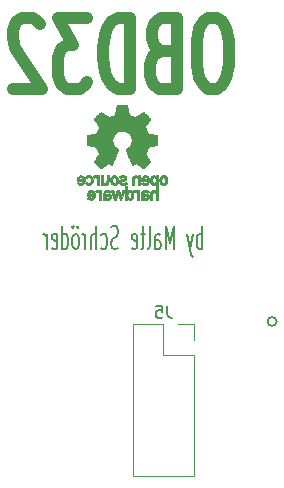
<source format=gbo>
G04 #@! TF.GenerationSoftware,KiCad,Pcbnew,5.1.9*
G04 #@! TF.CreationDate,2021-03-15T09:56:04+01:00*
G04 #@! TF.ProjectId,obd32,6f626433-322e-46b6-9963-61645f706362,rev?*
G04 #@! TF.SameCoordinates,Original*
G04 #@! TF.FileFunction,Legend,Bot*
G04 #@! TF.FilePolarity,Positive*
%FSLAX46Y46*%
G04 Gerber Fmt 4.6, Leading zero omitted, Abs format (unit mm)*
G04 Created by KiCad (PCBNEW 5.1.9) date 2021-03-15 09:56:04*
%MOMM*%
%LPD*%
G01*
G04 APERTURE LIST*
%ADD10C,0.150000*%
%ADD11C,1.000000*%
%ADD12C,0.010000*%
%ADD13C,0.120000*%
%ADD14C,0.152400*%
G04 APERTURE END LIST*
D10*
X239267166Y-90630261D02*
X239267166Y-88630261D01*
X239267166Y-89392166D02*
X239171928Y-89296928D01*
X238981452Y-89296928D01*
X238886214Y-89392166D01*
X238838595Y-89487404D01*
X238790976Y-89677880D01*
X238790976Y-90249309D01*
X238838595Y-90439785D01*
X238886214Y-90535023D01*
X238981452Y-90630261D01*
X239171928Y-90630261D01*
X239267166Y-90535023D01*
X238457642Y-89296928D02*
X238219547Y-90630261D01*
X237981452Y-89296928D02*
X238219547Y-90630261D01*
X238314785Y-91106452D01*
X238362404Y-91201690D01*
X238457642Y-91296928D01*
X236838595Y-90630261D02*
X236838595Y-88630261D01*
X236505261Y-90058833D01*
X236171928Y-88630261D01*
X236171928Y-90630261D01*
X235267166Y-90630261D02*
X235267166Y-89582642D01*
X235314785Y-89392166D01*
X235410023Y-89296928D01*
X235600500Y-89296928D01*
X235695738Y-89392166D01*
X235267166Y-90535023D02*
X235362404Y-90630261D01*
X235600500Y-90630261D01*
X235695738Y-90535023D01*
X235743357Y-90344547D01*
X235743357Y-90154071D01*
X235695738Y-89963595D01*
X235600500Y-89868357D01*
X235362404Y-89868357D01*
X235267166Y-89773119D01*
X234648119Y-90630261D02*
X234743357Y-90535023D01*
X234790976Y-90344547D01*
X234790976Y-88630261D01*
X234410023Y-89296928D02*
X234029071Y-89296928D01*
X234267166Y-88630261D02*
X234267166Y-90344547D01*
X234219547Y-90535023D01*
X234124309Y-90630261D01*
X234029071Y-90630261D01*
X233314785Y-90535023D02*
X233410023Y-90630261D01*
X233600500Y-90630261D01*
X233695738Y-90535023D01*
X233743357Y-90344547D01*
X233743357Y-89582642D01*
X233695738Y-89392166D01*
X233600500Y-89296928D01*
X233410023Y-89296928D01*
X233314785Y-89392166D01*
X233267166Y-89582642D01*
X233267166Y-89773119D01*
X233743357Y-89963595D01*
X232124309Y-90535023D02*
X231981452Y-90630261D01*
X231743357Y-90630261D01*
X231648119Y-90535023D01*
X231600500Y-90439785D01*
X231552880Y-90249309D01*
X231552880Y-90058833D01*
X231600500Y-89868357D01*
X231648119Y-89773119D01*
X231743357Y-89677880D01*
X231933833Y-89582642D01*
X232029071Y-89487404D01*
X232076690Y-89392166D01*
X232124309Y-89201690D01*
X232124309Y-89011214D01*
X232076690Y-88820738D01*
X232029071Y-88725500D01*
X231933833Y-88630261D01*
X231695738Y-88630261D01*
X231552880Y-88725500D01*
X230695738Y-90535023D02*
X230790976Y-90630261D01*
X230981452Y-90630261D01*
X231076690Y-90535023D01*
X231124309Y-90439785D01*
X231171928Y-90249309D01*
X231171928Y-89677880D01*
X231124309Y-89487404D01*
X231076690Y-89392166D01*
X230981452Y-89296928D01*
X230790976Y-89296928D01*
X230695738Y-89392166D01*
X230267166Y-90630261D02*
X230267166Y-88630261D01*
X229838595Y-90630261D02*
X229838595Y-89582642D01*
X229886214Y-89392166D01*
X229981452Y-89296928D01*
X230124309Y-89296928D01*
X230219547Y-89392166D01*
X230267166Y-89487404D01*
X229362404Y-90630261D02*
X229362404Y-89296928D01*
X229362404Y-89677880D02*
X229314785Y-89487404D01*
X229267166Y-89392166D01*
X229171928Y-89296928D01*
X229076690Y-89296928D01*
X228600500Y-90630261D02*
X228695738Y-90535023D01*
X228743357Y-90439785D01*
X228790976Y-90249309D01*
X228790976Y-89677880D01*
X228743357Y-89487404D01*
X228695738Y-89392166D01*
X228600500Y-89296928D01*
X228457642Y-89296928D01*
X228362404Y-89392166D01*
X228314785Y-89487404D01*
X228267166Y-89677880D01*
X228267166Y-90249309D01*
X228314785Y-90439785D01*
X228362404Y-90535023D01*
X228457642Y-90630261D01*
X228600500Y-90630261D01*
X228695738Y-88630261D02*
X228648119Y-88725500D01*
X228695738Y-88820738D01*
X228743357Y-88725500D01*
X228695738Y-88630261D01*
X228695738Y-88820738D01*
X228314785Y-88630261D02*
X228267166Y-88725500D01*
X228314785Y-88820738D01*
X228362404Y-88725500D01*
X228314785Y-88630261D01*
X228314785Y-88820738D01*
X227410023Y-90630261D02*
X227410023Y-88630261D01*
X227410023Y-90535023D02*
X227505261Y-90630261D01*
X227695738Y-90630261D01*
X227790976Y-90535023D01*
X227838595Y-90439785D01*
X227886214Y-90249309D01*
X227886214Y-89677880D01*
X227838595Y-89487404D01*
X227790976Y-89392166D01*
X227695738Y-89296928D01*
X227505261Y-89296928D01*
X227410023Y-89392166D01*
X226552880Y-90535023D02*
X226648119Y-90630261D01*
X226838595Y-90630261D01*
X226933833Y-90535023D01*
X226981452Y-90344547D01*
X226981452Y-89582642D01*
X226933833Y-89392166D01*
X226838595Y-89296928D01*
X226648119Y-89296928D01*
X226552880Y-89392166D01*
X226505261Y-89582642D01*
X226505261Y-89773119D01*
X226981452Y-89963595D01*
X226076690Y-90630261D02*
X226076690Y-89296928D01*
X226076690Y-89677880D02*
X226029071Y-89487404D01*
X225981452Y-89392166D01*
X225886214Y-89296928D01*
X225790976Y-89296928D01*
D11*
X240536976Y-71009285D02*
X239775071Y-71009285D01*
X239394119Y-71295000D01*
X239013166Y-71866428D01*
X238822690Y-73009285D01*
X238822690Y-75009285D01*
X239013166Y-76152142D01*
X239394119Y-76723571D01*
X239775071Y-77009285D01*
X240536976Y-77009285D01*
X240917928Y-76723571D01*
X241298880Y-76152142D01*
X241489357Y-75009285D01*
X241489357Y-73009285D01*
X241298880Y-71866428D01*
X240917928Y-71295000D01*
X240536976Y-71009285D01*
X235775071Y-73866428D02*
X235203642Y-74152142D01*
X235013166Y-74437857D01*
X234822690Y-75009285D01*
X234822690Y-75866428D01*
X235013166Y-76437857D01*
X235203642Y-76723571D01*
X235584595Y-77009285D01*
X237108404Y-77009285D01*
X237108404Y-71009285D01*
X235775071Y-71009285D01*
X235394119Y-71295000D01*
X235203642Y-71580714D01*
X235013166Y-72152142D01*
X235013166Y-72723571D01*
X235203642Y-73295000D01*
X235394119Y-73580714D01*
X235775071Y-73866428D01*
X237108404Y-73866428D01*
X233108404Y-77009285D02*
X233108404Y-71009285D01*
X232156023Y-71009285D01*
X231584595Y-71295000D01*
X231203642Y-71866428D01*
X231013166Y-72437857D01*
X230822690Y-73580714D01*
X230822690Y-74437857D01*
X231013166Y-75580714D01*
X231203642Y-76152142D01*
X231584595Y-76723571D01*
X232156023Y-77009285D01*
X233108404Y-77009285D01*
X229489357Y-71009285D02*
X227013166Y-71009285D01*
X228346500Y-73295000D01*
X227775071Y-73295000D01*
X227394119Y-73580714D01*
X227203642Y-73866428D01*
X227013166Y-74437857D01*
X227013166Y-75866428D01*
X227203642Y-76437857D01*
X227394119Y-76723571D01*
X227775071Y-77009285D01*
X228917928Y-77009285D01*
X229298880Y-76723571D01*
X229489357Y-76437857D01*
X225489357Y-71580714D02*
X225298880Y-71295000D01*
X224917928Y-71009285D01*
X223965547Y-71009285D01*
X223584595Y-71295000D01*
X223394119Y-71580714D01*
X223203642Y-72152142D01*
X223203642Y-72723571D01*
X223394119Y-73580714D01*
X225679833Y-77009285D01*
X223203642Y-77009285D01*
D12*
G36*
X231972536Y-78821576D02*
G01*
X231896987Y-79222322D01*
X231339459Y-79452154D01*
X231005035Y-79224748D01*
X230911378Y-79161431D01*
X230826718Y-79104896D01*
X230755005Y-79057727D01*
X230700189Y-79022502D01*
X230666220Y-79001805D01*
X230656970Y-78997342D01*
X230640305Y-79008820D01*
X230604694Y-79040551D01*
X230554129Y-79088483D01*
X230492600Y-79148562D01*
X230424101Y-79216733D01*
X230352621Y-79288945D01*
X230282153Y-79361142D01*
X230216689Y-79429273D01*
X230160220Y-79489283D01*
X230116737Y-79537119D01*
X230090232Y-79568727D01*
X230083895Y-79579305D01*
X230093014Y-79598806D01*
X230118580Y-79641531D01*
X230157903Y-79703298D01*
X230208297Y-79779931D01*
X230267073Y-79867248D01*
X230301132Y-79917052D01*
X230363211Y-80007993D01*
X230418374Y-80090059D01*
X230463946Y-80159163D01*
X230497250Y-80211222D01*
X230515610Y-80242150D01*
X230518369Y-80248650D01*
X230512115Y-80267121D01*
X230495066Y-80310172D01*
X230469797Y-80371749D01*
X230438878Y-80445799D01*
X230404882Y-80526270D01*
X230370382Y-80607107D01*
X230337949Y-80682258D01*
X230310157Y-80745671D01*
X230289577Y-80791293D01*
X230278781Y-80813069D01*
X230278144Y-80813926D01*
X230261193Y-80818084D01*
X230216049Y-80827361D01*
X230147390Y-80840844D01*
X230059898Y-80857621D01*
X229958250Y-80876781D01*
X229898944Y-80887830D01*
X229790328Y-80908510D01*
X229692223Y-80928189D01*
X229609591Y-80945789D01*
X229547396Y-80960233D01*
X229510601Y-80970446D01*
X229503204Y-80973686D01*
X229495960Y-80995617D01*
X229490115Y-81045147D01*
X229485665Y-81116485D01*
X229482607Y-81203839D01*
X229480935Y-81301417D01*
X229480647Y-81403426D01*
X229481739Y-81504075D01*
X229484206Y-81597572D01*
X229488044Y-81678125D01*
X229493250Y-81739942D01*
X229499819Y-81777230D01*
X229503759Y-81784993D01*
X229527312Y-81794298D01*
X229577218Y-81807600D01*
X229646877Y-81823337D01*
X229729687Y-81839946D01*
X229758595Y-81845319D01*
X229897969Y-81870848D01*
X230008064Y-81891408D01*
X230092518Y-81907815D01*
X230154970Y-81920887D01*
X230199056Y-81931441D01*
X230228415Y-81940294D01*
X230246685Y-81948263D01*
X230257502Y-81956165D01*
X230259015Y-81957727D01*
X230274123Y-81982886D01*
X230297171Y-82031850D01*
X230325856Y-82098621D01*
X230357878Y-82177205D01*
X230390935Y-82261607D01*
X230422727Y-82345830D01*
X230450951Y-82423879D01*
X230473307Y-82489759D01*
X230487493Y-82537473D01*
X230491207Y-82561027D01*
X230490898Y-82561852D01*
X230478311Y-82581104D01*
X230449756Y-82623463D01*
X230408233Y-82684521D01*
X230356744Y-82759868D01*
X230298289Y-82845096D01*
X230281642Y-82869315D01*
X230222285Y-82957123D01*
X230170053Y-83037238D01*
X230127792Y-83105062D01*
X230098347Y-83155993D01*
X230084563Y-83185431D01*
X230083895Y-83189048D01*
X230095476Y-83208057D01*
X230127476Y-83245714D01*
X230175782Y-83297973D01*
X230236280Y-83360786D01*
X230304856Y-83430106D01*
X230377396Y-83501885D01*
X230449788Y-83572077D01*
X230517916Y-83636635D01*
X230577668Y-83691510D01*
X230624929Y-83732656D01*
X230655587Y-83756026D01*
X230664068Y-83759842D01*
X230683809Y-83750855D01*
X230724226Y-83726616D01*
X230778737Y-83691209D01*
X230820677Y-83662711D01*
X230896671Y-83610418D01*
X230986666Y-83548845D01*
X231076936Y-83487370D01*
X231125468Y-83454469D01*
X231289738Y-83343359D01*
X231427631Y-83417916D01*
X231490451Y-83450578D01*
X231543871Y-83475966D01*
X231580016Y-83490446D01*
X231589216Y-83492460D01*
X231600279Y-83477584D01*
X231622106Y-83435547D01*
X231653066Y-83370227D01*
X231691530Y-83285500D01*
X231735868Y-83185245D01*
X231784453Y-83073339D01*
X231835654Y-82953659D01*
X231887841Y-82830084D01*
X231939387Y-82706491D01*
X231988660Y-82586757D01*
X232034033Y-82474759D01*
X232073875Y-82374377D01*
X232106558Y-82289486D01*
X232130451Y-82223965D01*
X232143926Y-82181690D01*
X232146094Y-82167172D01*
X232128917Y-82148653D01*
X232091310Y-82118590D01*
X232041134Y-82083232D01*
X232036922Y-82080434D01*
X231907236Y-81976625D01*
X231802666Y-81855515D01*
X231724119Y-81720976D01*
X231672501Y-81576882D01*
X231648718Y-81427105D01*
X231653677Y-81275517D01*
X231688283Y-81125992D01*
X231753443Y-80982400D01*
X231772614Y-80950984D01*
X231872326Y-80824125D01*
X231990123Y-80722255D01*
X232121929Y-80645904D01*
X232263667Y-80595602D01*
X232411258Y-80571879D01*
X232560627Y-80575265D01*
X232707697Y-80606288D01*
X232848389Y-80665480D01*
X232978627Y-80753369D01*
X233018914Y-80789042D01*
X233121445Y-80900706D01*
X233196159Y-81018257D01*
X233247410Y-81150020D01*
X233275954Y-81280507D01*
X233283000Y-81427216D01*
X233259504Y-81574653D01*
X233207851Y-81717834D01*
X233130429Y-81851777D01*
X233029625Y-81971498D01*
X232907824Y-82072014D01*
X232891816Y-82082609D01*
X232841102Y-82117306D01*
X232802550Y-82147370D01*
X232784119Y-82166565D01*
X232783851Y-82167172D01*
X232787808Y-82187936D01*
X232803493Y-82235062D01*
X232829278Y-82304673D01*
X232863531Y-82392893D01*
X232904623Y-82495844D01*
X232950924Y-82609650D01*
X233000804Y-82730435D01*
X233052633Y-82854321D01*
X233104781Y-82977432D01*
X233155618Y-83095891D01*
X233203513Y-83205823D01*
X233246838Y-83303349D01*
X233283962Y-83384593D01*
X233313256Y-83445679D01*
X233333088Y-83482730D01*
X233341074Y-83492460D01*
X233365479Y-83484883D01*
X233411142Y-83464560D01*
X233470190Y-83435125D01*
X233502660Y-83417916D01*
X233640553Y-83343359D01*
X233804823Y-83454469D01*
X233888679Y-83511390D01*
X233980487Y-83574030D01*
X234066520Y-83633011D01*
X234109613Y-83662711D01*
X234170223Y-83703410D01*
X234221545Y-83735663D01*
X234256885Y-83755384D01*
X234268363Y-83759554D01*
X234285070Y-83748307D01*
X234322046Y-83716911D01*
X234375705Y-83668624D01*
X234442462Y-83606708D01*
X234518734Y-83534421D01*
X234566973Y-83488008D01*
X234651367Y-83405087D01*
X234724303Y-83330920D01*
X234782831Y-83268680D01*
X234824003Y-83221541D01*
X234844872Y-83192673D01*
X234846874Y-83186815D01*
X234837583Y-83164532D01*
X234811909Y-83119477D01*
X234772700Y-83056211D01*
X234722803Y-82979295D01*
X234665067Y-82893292D01*
X234648649Y-82869315D01*
X234588823Y-82782170D01*
X234535150Y-82703710D01*
X234490630Y-82638345D01*
X234458265Y-82590484D01*
X234441055Y-82564535D01*
X234439393Y-82561852D01*
X234441879Y-82541172D01*
X234455077Y-82495704D01*
X234476686Y-82431444D01*
X234504404Y-82354387D01*
X234535930Y-82270529D01*
X234568963Y-82185866D01*
X234601201Y-82106392D01*
X234630343Y-82038104D01*
X234654088Y-81986997D01*
X234670135Y-81959067D01*
X234671275Y-81957727D01*
X234681088Y-81949745D01*
X234697661Y-81941851D01*
X234724632Y-81933229D01*
X234765639Y-81923062D01*
X234824320Y-81910531D01*
X234904313Y-81894821D01*
X235009255Y-81875113D01*
X235142785Y-81850592D01*
X235171696Y-81845319D01*
X235257382Y-81828764D01*
X235332082Y-81812569D01*
X235389194Y-81798296D01*
X235422117Y-81787508D01*
X235426531Y-81784993D01*
X235433806Y-81762696D01*
X235439719Y-81712869D01*
X235444266Y-81641304D01*
X235447445Y-81553793D01*
X235449249Y-81456128D01*
X235449677Y-81354101D01*
X235448723Y-81253503D01*
X235446384Y-81160127D01*
X235442656Y-81079765D01*
X235437534Y-81018209D01*
X235431016Y-80981250D01*
X235427086Y-80973686D01*
X235405208Y-80966056D01*
X235355391Y-80953642D01*
X235282597Y-80937522D01*
X235191789Y-80918773D01*
X235087931Y-80898471D01*
X235031346Y-80887830D01*
X234923986Y-80867760D01*
X234828246Y-80849580D01*
X234748806Y-80834199D01*
X234690346Y-80822531D01*
X234657545Y-80815488D01*
X234652146Y-80813926D01*
X234643022Y-80796322D01*
X234623735Y-80753918D01*
X234596855Y-80692772D01*
X234564954Y-80618943D01*
X234530602Y-80538489D01*
X234496371Y-80457468D01*
X234464831Y-80381937D01*
X234438554Y-80317955D01*
X234420111Y-80271580D01*
X234412071Y-80248869D01*
X234411922Y-80247876D01*
X234421035Y-80229961D01*
X234446586Y-80188733D01*
X234485888Y-80128291D01*
X234536257Y-80052731D01*
X234595006Y-79966152D01*
X234629158Y-79916421D01*
X234691390Y-79825236D01*
X234746664Y-79742449D01*
X234792282Y-79672249D01*
X234825548Y-79618824D01*
X234843764Y-79586361D01*
X234846395Y-79579083D01*
X234835086Y-79562145D01*
X234803819Y-79525978D01*
X234756590Y-79474635D01*
X234697392Y-79412167D01*
X234630219Y-79342626D01*
X234559066Y-79270065D01*
X234487926Y-79198535D01*
X234420793Y-79132087D01*
X234361661Y-79074774D01*
X234314525Y-79030647D01*
X234283377Y-79003759D01*
X234272957Y-78997342D01*
X234255991Y-79006365D01*
X234215411Y-79031715D01*
X234155163Y-79070810D01*
X234079193Y-79121071D01*
X233991446Y-79179917D01*
X233925256Y-79224748D01*
X233590832Y-79452154D01*
X233312067Y-79337238D01*
X233033303Y-79222322D01*
X232957754Y-78821576D01*
X232882206Y-78420829D01*
X232048085Y-78420829D01*
X231972536Y-78821576D01*
G37*
X231972536Y-78821576D02*
X231896987Y-79222322D01*
X231339459Y-79452154D01*
X231005035Y-79224748D01*
X230911378Y-79161431D01*
X230826718Y-79104896D01*
X230755005Y-79057727D01*
X230700189Y-79022502D01*
X230666220Y-79001805D01*
X230656970Y-78997342D01*
X230640305Y-79008820D01*
X230604694Y-79040551D01*
X230554129Y-79088483D01*
X230492600Y-79148562D01*
X230424101Y-79216733D01*
X230352621Y-79288945D01*
X230282153Y-79361142D01*
X230216689Y-79429273D01*
X230160220Y-79489283D01*
X230116737Y-79537119D01*
X230090232Y-79568727D01*
X230083895Y-79579305D01*
X230093014Y-79598806D01*
X230118580Y-79641531D01*
X230157903Y-79703298D01*
X230208297Y-79779931D01*
X230267073Y-79867248D01*
X230301132Y-79917052D01*
X230363211Y-80007993D01*
X230418374Y-80090059D01*
X230463946Y-80159163D01*
X230497250Y-80211222D01*
X230515610Y-80242150D01*
X230518369Y-80248650D01*
X230512115Y-80267121D01*
X230495066Y-80310172D01*
X230469797Y-80371749D01*
X230438878Y-80445799D01*
X230404882Y-80526270D01*
X230370382Y-80607107D01*
X230337949Y-80682258D01*
X230310157Y-80745671D01*
X230289577Y-80791293D01*
X230278781Y-80813069D01*
X230278144Y-80813926D01*
X230261193Y-80818084D01*
X230216049Y-80827361D01*
X230147390Y-80840844D01*
X230059898Y-80857621D01*
X229958250Y-80876781D01*
X229898944Y-80887830D01*
X229790328Y-80908510D01*
X229692223Y-80928189D01*
X229609591Y-80945789D01*
X229547396Y-80960233D01*
X229510601Y-80970446D01*
X229503204Y-80973686D01*
X229495960Y-80995617D01*
X229490115Y-81045147D01*
X229485665Y-81116485D01*
X229482607Y-81203839D01*
X229480935Y-81301417D01*
X229480647Y-81403426D01*
X229481739Y-81504075D01*
X229484206Y-81597572D01*
X229488044Y-81678125D01*
X229493250Y-81739942D01*
X229499819Y-81777230D01*
X229503759Y-81784993D01*
X229527312Y-81794298D01*
X229577218Y-81807600D01*
X229646877Y-81823337D01*
X229729687Y-81839946D01*
X229758595Y-81845319D01*
X229897969Y-81870848D01*
X230008064Y-81891408D01*
X230092518Y-81907815D01*
X230154970Y-81920887D01*
X230199056Y-81931441D01*
X230228415Y-81940294D01*
X230246685Y-81948263D01*
X230257502Y-81956165D01*
X230259015Y-81957727D01*
X230274123Y-81982886D01*
X230297171Y-82031850D01*
X230325856Y-82098621D01*
X230357878Y-82177205D01*
X230390935Y-82261607D01*
X230422727Y-82345830D01*
X230450951Y-82423879D01*
X230473307Y-82489759D01*
X230487493Y-82537473D01*
X230491207Y-82561027D01*
X230490898Y-82561852D01*
X230478311Y-82581104D01*
X230449756Y-82623463D01*
X230408233Y-82684521D01*
X230356744Y-82759868D01*
X230298289Y-82845096D01*
X230281642Y-82869315D01*
X230222285Y-82957123D01*
X230170053Y-83037238D01*
X230127792Y-83105062D01*
X230098347Y-83155993D01*
X230084563Y-83185431D01*
X230083895Y-83189048D01*
X230095476Y-83208057D01*
X230127476Y-83245714D01*
X230175782Y-83297973D01*
X230236280Y-83360786D01*
X230304856Y-83430106D01*
X230377396Y-83501885D01*
X230449788Y-83572077D01*
X230517916Y-83636635D01*
X230577668Y-83691510D01*
X230624929Y-83732656D01*
X230655587Y-83756026D01*
X230664068Y-83759842D01*
X230683809Y-83750855D01*
X230724226Y-83726616D01*
X230778737Y-83691209D01*
X230820677Y-83662711D01*
X230896671Y-83610418D01*
X230986666Y-83548845D01*
X231076936Y-83487370D01*
X231125468Y-83454469D01*
X231289738Y-83343359D01*
X231427631Y-83417916D01*
X231490451Y-83450578D01*
X231543871Y-83475966D01*
X231580016Y-83490446D01*
X231589216Y-83492460D01*
X231600279Y-83477584D01*
X231622106Y-83435547D01*
X231653066Y-83370227D01*
X231691530Y-83285500D01*
X231735868Y-83185245D01*
X231784453Y-83073339D01*
X231835654Y-82953659D01*
X231887841Y-82830084D01*
X231939387Y-82706491D01*
X231988660Y-82586757D01*
X232034033Y-82474759D01*
X232073875Y-82374377D01*
X232106558Y-82289486D01*
X232130451Y-82223965D01*
X232143926Y-82181690D01*
X232146094Y-82167172D01*
X232128917Y-82148653D01*
X232091310Y-82118590D01*
X232041134Y-82083232D01*
X232036922Y-82080434D01*
X231907236Y-81976625D01*
X231802666Y-81855515D01*
X231724119Y-81720976D01*
X231672501Y-81576882D01*
X231648718Y-81427105D01*
X231653677Y-81275517D01*
X231688283Y-81125992D01*
X231753443Y-80982400D01*
X231772614Y-80950984D01*
X231872326Y-80824125D01*
X231990123Y-80722255D01*
X232121929Y-80645904D01*
X232263667Y-80595602D01*
X232411258Y-80571879D01*
X232560627Y-80575265D01*
X232707697Y-80606288D01*
X232848389Y-80665480D01*
X232978627Y-80753369D01*
X233018914Y-80789042D01*
X233121445Y-80900706D01*
X233196159Y-81018257D01*
X233247410Y-81150020D01*
X233275954Y-81280507D01*
X233283000Y-81427216D01*
X233259504Y-81574653D01*
X233207851Y-81717834D01*
X233130429Y-81851777D01*
X233029625Y-81971498D01*
X232907824Y-82072014D01*
X232891816Y-82082609D01*
X232841102Y-82117306D01*
X232802550Y-82147370D01*
X232784119Y-82166565D01*
X232783851Y-82167172D01*
X232787808Y-82187936D01*
X232803493Y-82235062D01*
X232829278Y-82304673D01*
X232863531Y-82392893D01*
X232904623Y-82495844D01*
X232950924Y-82609650D01*
X233000804Y-82730435D01*
X233052633Y-82854321D01*
X233104781Y-82977432D01*
X233155618Y-83095891D01*
X233203513Y-83205823D01*
X233246838Y-83303349D01*
X233283962Y-83384593D01*
X233313256Y-83445679D01*
X233333088Y-83482730D01*
X233341074Y-83492460D01*
X233365479Y-83484883D01*
X233411142Y-83464560D01*
X233470190Y-83435125D01*
X233502660Y-83417916D01*
X233640553Y-83343359D01*
X233804823Y-83454469D01*
X233888679Y-83511390D01*
X233980487Y-83574030D01*
X234066520Y-83633011D01*
X234109613Y-83662711D01*
X234170223Y-83703410D01*
X234221545Y-83735663D01*
X234256885Y-83755384D01*
X234268363Y-83759554D01*
X234285070Y-83748307D01*
X234322046Y-83716911D01*
X234375705Y-83668624D01*
X234442462Y-83606708D01*
X234518734Y-83534421D01*
X234566973Y-83488008D01*
X234651367Y-83405087D01*
X234724303Y-83330920D01*
X234782831Y-83268680D01*
X234824003Y-83221541D01*
X234844872Y-83192673D01*
X234846874Y-83186815D01*
X234837583Y-83164532D01*
X234811909Y-83119477D01*
X234772700Y-83056211D01*
X234722803Y-82979295D01*
X234665067Y-82893292D01*
X234648649Y-82869315D01*
X234588823Y-82782170D01*
X234535150Y-82703710D01*
X234490630Y-82638345D01*
X234458265Y-82590484D01*
X234441055Y-82564535D01*
X234439393Y-82561852D01*
X234441879Y-82541172D01*
X234455077Y-82495704D01*
X234476686Y-82431444D01*
X234504404Y-82354387D01*
X234535930Y-82270529D01*
X234568963Y-82185866D01*
X234601201Y-82106392D01*
X234630343Y-82038104D01*
X234654088Y-81986997D01*
X234670135Y-81959067D01*
X234671275Y-81957727D01*
X234681088Y-81949745D01*
X234697661Y-81941851D01*
X234724632Y-81933229D01*
X234765639Y-81923062D01*
X234824320Y-81910531D01*
X234904313Y-81894821D01*
X235009255Y-81875113D01*
X235142785Y-81850592D01*
X235171696Y-81845319D01*
X235257382Y-81828764D01*
X235332082Y-81812569D01*
X235389194Y-81798296D01*
X235422117Y-81787508D01*
X235426531Y-81784993D01*
X235433806Y-81762696D01*
X235439719Y-81712869D01*
X235444266Y-81641304D01*
X235447445Y-81553793D01*
X235449249Y-81456128D01*
X235449677Y-81354101D01*
X235448723Y-81253503D01*
X235446384Y-81160127D01*
X235442656Y-81079765D01*
X235437534Y-81018209D01*
X235431016Y-80981250D01*
X235427086Y-80973686D01*
X235405208Y-80966056D01*
X235355391Y-80953642D01*
X235282597Y-80937522D01*
X235191789Y-80918773D01*
X235087931Y-80898471D01*
X235031346Y-80887830D01*
X234923986Y-80867760D01*
X234828246Y-80849580D01*
X234748806Y-80834199D01*
X234690346Y-80822531D01*
X234657545Y-80815488D01*
X234652146Y-80813926D01*
X234643022Y-80796322D01*
X234623735Y-80753918D01*
X234596855Y-80692772D01*
X234564954Y-80618943D01*
X234530602Y-80538489D01*
X234496371Y-80457468D01*
X234464831Y-80381937D01*
X234438554Y-80317955D01*
X234420111Y-80271580D01*
X234412071Y-80248869D01*
X234411922Y-80247876D01*
X234421035Y-80229961D01*
X234446586Y-80188733D01*
X234485888Y-80128291D01*
X234536257Y-80052731D01*
X234595006Y-79966152D01*
X234629158Y-79916421D01*
X234691390Y-79825236D01*
X234746664Y-79742449D01*
X234792282Y-79672249D01*
X234825548Y-79618824D01*
X234843764Y-79586361D01*
X234846395Y-79579083D01*
X234835086Y-79562145D01*
X234803819Y-79525978D01*
X234756590Y-79474635D01*
X234697392Y-79412167D01*
X234630219Y-79342626D01*
X234559066Y-79270065D01*
X234487926Y-79198535D01*
X234420793Y-79132087D01*
X234361661Y-79074774D01*
X234314525Y-79030647D01*
X234283377Y-79003759D01*
X234272957Y-78997342D01*
X234255991Y-79006365D01*
X234215411Y-79031715D01*
X234155163Y-79070810D01*
X234079193Y-79121071D01*
X233991446Y-79179917D01*
X233925256Y-79224748D01*
X233590832Y-79452154D01*
X233312067Y-79337238D01*
X233033303Y-79222322D01*
X232957754Y-78821576D01*
X232882206Y-78420829D01*
X232048085Y-78420829D01*
X231972536Y-78821576D01*
G36*
X230082112Y-84360645D02*
G01*
X230024635Y-84378206D01*
X229987628Y-84400395D01*
X229975573Y-84417942D01*
X229978891Y-84438742D01*
X230000421Y-84471419D01*
X230018626Y-84494562D01*
X230056156Y-84536402D01*
X230084352Y-84554005D01*
X230108389Y-84552856D01*
X230179692Y-84534710D01*
X230232058Y-84535534D01*
X230274582Y-84556098D01*
X230288858Y-84568134D01*
X230334553Y-84610483D01*
X230334553Y-85163526D01*
X230518369Y-85163526D01*
X230518369Y-84361421D01*
X230426461Y-84361421D01*
X230371281Y-84363603D01*
X230342812Y-84371351D01*
X230334557Y-84386468D01*
X230334553Y-84386916D01*
X230330655Y-84402749D01*
X230313026Y-84400684D01*
X230288599Y-84389261D01*
X230238150Y-84368005D01*
X230197184Y-84355216D01*
X230144472Y-84351938D01*
X230082112Y-84360645D01*
G37*
X230082112Y-84360645D02*
X230024635Y-84378206D01*
X229987628Y-84400395D01*
X229975573Y-84417942D01*
X229978891Y-84438742D01*
X230000421Y-84471419D01*
X230018626Y-84494562D01*
X230056156Y-84536402D01*
X230084352Y-84554005D01*
X230108389Y-84552856D01*
X230179692Y-84534710D01*
X230232058Y-84535534D01*
X230274582Y-84556098D01*
X230288858Y-84568134D01*
X230334553Y-84610483D01*
X230334553Y-85163526D01*
X230518369Y-85163526D01*
X230518369Y-84361421D01*
X230426461Y-84361421D01*
X230371281Y-84363603D01*
X230342812Y-84371351D01*
X230334557Y-84386468D01*
X230334553Y-84386916D01*
X230330655Y-84402749D01*
X230313026Y-84400684D01*
X230288599Y-84389261D01*
X230238150Y-84368005D01*
X230197184Y-84355216D01*
X230144472Y-84351938D01*
X230082112Y-84360645D01*
G36*
X233475543Y-84375226D02*
G01*
X233433954Y-84395090D01*
X233393675Y-84423784D01*
X233362990Y-84456809D01*
X233340639Y-84498931D01*
X233325364Y-84554915D01*
X233315908Y-84629528D01*
X233311013Y-84727535D01*
X233309419Y-84853702D01*
X233309394Y-84866914D01*
X233309027Y-85163526D01*
X233492843Y-85163526D01*
X233492843Y-84890081D01*
X233492973Y-84788777D01*
X233493879Y-84715353D01*
X233496327Y-84664271D01*
X233501086Y-84629990D01*
X233508926Y-84606971D01*
X233520615Y-84589673D01*
X233536898Y-84572581D01*
X233593866Y-84535857D01*
X233656055Y-84529042D01*
X233715301Y-84552261D01*
X233735905Y-84569543D01*
X233751030Y-84585791D01*
X233761890Y-84603191D01*
X233769190Y-84627212D01*
X233773637Y-84663322D01*
X233775936Y-84716988D01*
X233776796Y-84793680D01*
X233776922Y-84887043D01*
X233776922Y-85163526D01*
X233960737Y-85163526D01*
X233960737Y-84361421D01*
X233868829Y-84361421D01*
X233813649Y-84363603D01*
X233785180Y-84371351D01*
X233776925Y-84386468D01*
X233776922Y-84386916D01*
X233773092Y-84401720D01*
X233756199Y-84400040D01*
X233722612Y-84383773D01*
X233646437Y-84359840D01*
X233559300Y-84357178D01*
X233475543Y-84375226D01*
G37*
X233475543Y-84375226D02*
X233433954Y-84395090D01*
X233393675Y-84423784D01*
X233362990Y-84456809D01*
X233340639Y-84498931D01*
X233325364Y-84554915D01*
X233315908Y-84629528D01*
X233311013Y-84727535D01*
X233309419Y-84853702D01*
X233309394Y-84866914D01*
X233309027Y-85163526D01*
X233492843Y-85163526D01*
X233492843Y-84890081D01*
X233492973Y-84788777D01*
X233493879Y-84715353D01*
X233496327Y-84664271D01*
X233501086Y-84629990D01*
X233508926Y-84606971D01*
X233520615Y-84589673D01*
X233536898Y-84572581D01*
X233593866Y-84535857D01*
X233656055Y-84529042D01*
X233715301Y-84552261D01*
X233735905Y-84569543D01*
X233751030Y-84585791D01*
X233761890Y-84603191D01*
X233769190Y-84627212D01*
X233773637Y-84663322D01*
X233775936Y-84716988D01*
X233776796Y-84793680D01*
X233776922Y-84887043D01*
X233776922Y-85163526D01*
X233960737Y-85163526D01*
X233960737Y-84361421D01*
X233868829Y-84361421D01*
X233813649Y-84363603D01*
X233785180Y-84371351D01*
X233776925Y-84386468D01*
X233776922Y-84386916D01*
X233773092Y-84401720D01*
X233756199Y-84400040D01*
X233722612Y-84383773D01*
X233646437Y-84359840D01*
X233559300Y-84357178D01*
X233475543Y-84375226D01*
G36*
X228914716Y-84358554D02*
G01*
X228871926Y-84368949D01*
X228789891Y-84407013D01*
X228719743Y-84465149D01*
X228671195Y-84534852D01*
X228664525Y-84550502D01*
X228655376Y-84591496D01*
X228648971Y-84652138D01*
X228646790Y-84713430D01*
X228646790Y-84829316D01*
X228889093Y-84829316D01*
X228989029Y-84829693D01*
X229059431Y-84831987D01*
X229104187Y-84837938D01*
X229127185Y-84849285D01*
X229132311Y-84867771D01*
X229123452Y-84895136D01*
X229107583Y-84927155D01*
X229063316Y-84980592D01*
X229001801Y-85007215D01*
X228926615Y-85006347D01*
X228841447Y-84977371D01*
X228767841Y-84941611D01*
X228706766Y-84989904D01*
X228645690Y-85038197D01*
X228703149Y-85091285D01*
X228779859Y-85141445D01*
X228874198Y-85171688D01*
X228975673Y-85180151D01*
X229073789Y-85164974D01*
X229089619Y-85159824D01*
X229175853Y-85114791D01*
X229239999Y-85047652D01*
X229283409Y-84956405D01*
X229307436Y-84839044D01*
X229307716Y-84836529D01*
X229309867Y-84708627D01*
X229301171Y-84662997D01*
X229131395Y-84662997D01*
X229115803Y-84670013D01*
X229073471Y-84675388D01*
X229011066Y-84678457D01*
X228971519Y-84678921D01*
X228897772Y-84678630D01*
X228851660Y-84676783D01*
X228827400Y-84671912D01*
X228819206Y-84662555D01*
X228821294Y-84647245D01*
X228823045Y-84641322D01*
X228852940Y-84585668D01*
X228899958Y-84540815D01*
X228941451Y-84521105D01*
X228996574Y-84522295D01*
X229052432Y-84546875D01*
X229099288Y-84587570D01*
X229127406Y-84637108D01*
X229131395Y-84662997D01*
X229301171Y-84662997D01*
X229288426Y-84596133D01*
X229245889Y-84501727D01*
X229184753Y-84428088D01*
X229107515Y-84377893D01*
X229016670Y-84353822D01*
X228914716Y-84358554D01*
G37*
X228914716Y-84358554D02*
X228871926Y-84368949D01*
X228789891Y-84407013D01*
X228719743Y-84465149D01*
X228671195Y-84534852D01*
X228664525Y-84550502D01*
X228655376Y-84591496D01*
X228648971Y-84652138D01*
X228646790Y-84713430D01*
X228646790Y-84829316D01*
X228889093Y-84829316D01*
X228989029Y-84829693D01*
X229059431Y-84831987D01*
X229104187Y-84837938D01*
X229127185Y-84849285D01*
X229132311Y-84867771D01*
X229123452Y-84895136D01*
X229107583Y-84927155D01*
X229063316Y-84980592D01*
X229001801Y-85007215D01*
X228926615Y-85006347D01*
X228841447Y-84977371D01*
X228767841Y-84941611D01*
X228706766Y-84989904D01*
X228645690Y-85038197D01*
X228703149Y-85091285D01*
X228779859Y-85141445D01*
X228874198Y-85171688D01*
X228975673Y-85180151D01*
X229073789Y-85164974D01*
X229089619Y-85159824D01*
X229175853Y-85114791D01*
X229239999Y-85047652D01*
X229283409Y-84956405D01*
X229307436Y-84839044D01*
X229307716Y-84836529D01*
X229309867Y-84708627D01*
X229301171Y-84662997D01*
X229131395Y-84662997D01*
X229115803Y-84670013D01*
X229073471Y-84675388D01*
X229011066Y-84678457D01*
X228971519Y-84678921D01*
X228897772Y-84678630D01*
X228851660Y-84676783D01*
X228827400Y-84671912D01*
X228819206Y-84662555D01*
X228821294Y-84647245D01*
X228823045Y-84641322D01*
X228852940Y-84585668D01*
X228899958Y-84540815D01*
X228941451Y-84521105D01*
X228996574Y-84522295D01*
X229052432Y-84546875D01*
X229099288Y-84587570D01*
X229127406Y-84637108D01*
X229131395Y-84662997D01*
X229301171Y-84662997D01*
X229288426Y-84596133D01*
X229245889Y-84501727D01*
X229184753Y-84428088D01*
X229107515Y-84377893D01*
X229016670Y-84353822D01*
X228914716Y-84358554D01*
G36*
X229526924Y-84368419D02*
G01*
X229430105Y-84409549D01*
X229399610Y-84429571D01*
X229360635Y-84460340D01*
X229336169Y-84484533D01*
X229331922Y-84492413D01*
X229343916Y-84509899D01*
X229374613Y-84539570D01*
X229399188Y-84560279D01*
X229466454Y-84614336D01*
X229519570Y-84569642D01*
X229560616Y-84540789D01*
X229600637Y-84530829D01*
X229646441Y-84533261D01*
X229719176Y-84551345D01*
X229769244Y-84588881D01*
X229799671Y-84649562D01*
X229813483Y-84737081D01*
X229813487Y-84737136D01*
X229812292Y-84834958D01*
X229793728Y-84906730D01*
X229756696Y-84955595D01*
X229731450Y-84972143D01*
X229664403Y-84992749D01*
X229592791Y-84992762D01*
X229530485Y-84972768D01*
X229515737Y-84963000D01*
X229478750Y-84938047D01*
X229449832Y-84933958D01*
X229418644Y-84952530D01*
X229384164Y-84985887D01*
X229329588Y-85042196D01*
X229390182Y-85092142D01*
X229483802Y-85148513D01*
X229589375Y-85176293D01*
X229699702Y-85174282D01*
X229772157Y-85155862D01*
X229856844Y-85110310D01*
X229924573Y-85038650D01*
X229955343Y-84988066D01*
X229980264Y-84915488D01*
X229992734Y-84823569D01*
X229992830Y-84723948D01*
X229980630Y-84628267D01*
X229956210Y-84548169D01*
X229952364Y-84539956D01*
X229895407Y-84459413D01*
X229818291Y-84400771D01*
X229727110Y-84365247D01*
X229627957Y-84354057D01*
X229526924Y-84368419D01*
G37*
X229526924Y-84368419D02*
X229430105Y-84409549D01*
X229399610Y-84429571D01*
X229360635Y-84460340D01*
X229336169Y-84484533D01*
X229331922Y-84492413D01*
X229343916Y-84509899D01*
X229374613Y-84539570D01*
X229399188Y-84560279D01*
X229466454Y-84614336D01*
X229519570Y-84569642D01*
X229560616Y-84540789D01*
X229600637Y-84530829D01*
X229646441Y-84533261D01*
X229719176Y-84551345D01*
X229769244Y-84588881D01*
X229799671Y-84649562D01*
X229813483Y-84737081D01*
X229813487Y-84737136D01*
X229812292Y-84834958D01*
X229793728Y-84906730D01*
X229756696Y-84955595D01*
X229731450Y-84972143D01*
X229664403Y-84992749D01*
X229592791Y-84992762D01*
X229530485Y-84972768D01*
X229515737Y-84963000D01*
X229478750Y-84938047D01*
X229449832Y-84933958D01*
X229418644Y-84952530D01*
X229384164Y-84985887D01*
X229329588Y-85042196D01*
X229390182Y-85092142D01*
X229483802Y-85148513D01*
X229589375Y-85176293D01*
X229699702Y-85174282D01*
X229772157Y-85155862D01*
X229856844Y-85110310D01*
X229924573Y-85038650D01*
X229955343Y-84988066D01*
X229980264Y-84915488D01*
X229992734Y-84823569D01*
X229992830Y-84723948D01*
X229980630Y-84628267D01*
X229956210Y-84548169D01*
X229952364Y-84539956D01*
X229895407Y-84459413D01*
X229818291Y-84400771D01*
X229727110Y-84365247D01*
X229627957Y-84354057D01*
X229526924Y-84368419D01*
G36*
X231153369Y-84621533D02*
G01*
X231151790Y-84744089D01*
X231146019Y-84837179D01*
X231134509Y-84904651D01*
X231115710Y-84950355D01*
X231088074Y-84978139D01*
X231050052Y-84991854D01*
X231002974Y-84995358D01*
X230953668Y-84991432D01*
X230916217Y-84977089D01*
X230889072Y-84948478D01*
X230870685Y-84901751D01*
X230859507Y-84833058D01*
X230853989Y-84738550D01*
X230852579Y-84621533D01*
X230852579Y-84361421D01*
X230668764Y-84361421D01*
X230668764Y-85163526D01*
X230760672Y-85163526D01*
X230816078Y-85161281D01*
X230844609Y-85153396D01*
X230852579Y-85138428D01*
X230857380Y-85125097D01*
X230876486Y-85127917D01*
X230914996Y-85146783D01*
X231003261Y-85175887D01*
X231096877Y-85173825D01*
X231186579Y-85142221D01*
X231229296Y-85117257D01*
X231261879Y-85090226D01*
X231285683Y-85056405D01*
X231302061Y-85011068D01*
X231312369Y-84949489D01*
X231317959Y-84866943D01*
X231320188Y-84758705D01*
X231320474Y-84675004D01*
X231320474Y-84361421D01*
X231153369Y-84361421D01*
X231153369Y-84621533D01*
G37*
X231153369Y-84621533D02*
X231151790Y-84744089D01*
X231146019Y-84837179D01*
X231134509Y-84904651D01*
X231115710Y-84950355D01*
X231088074Y-84978139D01*
X231050052Y-84991854D01*
X231002974Y-84995358D01*
X230953668Y-84991432D01*
X230916217Y-84977089D01*
X230889072Y-84948478D01*
X230870685Y-84901751D01*
X230859507Y-84833058D01*
X230853989Y-84738550D01*
X230852579Y-84621533D01*
X230852579Y-84361421D01*
X230668764Y-84361421D01*
X230668764Y-85163526D01*
X230760672Y-85163526D01*
X230816078Y-85161281D01*
X230844609Y-85153396D01*
X230852579Y-85138428D01*
X230857380Y-85125097D01*
X230876486Y-85127917D01*
X230914996Y-85146783D01*
X231003261Y-85175887D01*
X231096877Y-85173825D01*
X231186579Y-85142221D01*
X231229296Y-85117257D01*
X231261879Y-85090226D01*
X231285683Y-85056405D01*
X231302061Y-85011068D01*
X231312369Y-84949489D01*
X231317959Y-84866943D01*
X231320188Y-84758705D01*
X231320474Y-84675004D01*
X231320474Y-84361421D01*
X231153369Y-84361421D01*
X231153369Y-84621533D01*
G36*
X231661831Y-84371310D02*
G01*
X231577308Y-84417340D01*
X231511179Y-84490006D01*
X231480022Y-84549106D01*
X231466645Y-84601305D01*
X231457978Y-84675719D01*
X231454263Y-84761442D01*
X231455746Y-84847569D01*
X231462669Y-84923193D01*
X231470755Y-84963584D01*
X231498035Y-85018840D01*
X231545280Y-85077530D01*
X231602218Y-85128852D01*
X231658576Y-85162005D01*
X231659950Y-85162531D01*
X231729884Y-85177018D01*
X231812763Y-85177377D01*
X231891523Y-85164188D01*
X231921934Y-85153617D01*
X232000261Y-85109201D01*
X232056357Y-85051007D01*
X232093214Y-84973965D01*
X232113820Y-84873001D01*
X232118482Y-84820116D01*
X232117887Y-84753663D01*
X231938764Y-84753663D01*
X231932730Y-84850630D01*
X231915362Y-84924523D01*
X231887760Y-84971736D01*
X231868096Y-84985237D01*
X231817713Y-84994651D01*
X231757827Y-84991864D01*
X231706051Y-84978316D01*
X231692473Y-84970862D01*
X231656651Y-84927451D01*
X231633007Y-84861014D01*
X231622942Y-84780161D01*
X231627858Y-84693502D01*
X231638845Y-84641349D01*
X231670391Y-84580951D01*
X231720189Y-84543197D01*
X231780163Y-84530143D01*
X231842236Y-84543849D01*
X231889918Y-84577372D01*
X231914975Y-84605031D01*
X231929600Y-84632294D01*
X231936571Y-84669190D01*
X231938667Y-84725750D01*
X231938764Y-84753663D01*
X232117887Y-84753663D01*
X232117218Y-84678994D01*
X232094235Y-84563271D01*
X232049528Y-84472941D01*
X231983095Y-84408000D01*
X231894935Y-84368445D01*
X231876005Y-84363858D01*
X231762234Y-84353090D01*
X231661831Y-84371310D01*
G37*
X231661831Y-84371310D02*
X231577308Y-84417340D01*
X231511179Y-84490006D01*
X231480022Y-84549106D01*
X231466645Y-84601305D01*
X231457978Y-84675719D01*
X231454263Y-84761442D01*
X231455746Y-84847569D01*
X231462669Y-84923193D01*
X231470755Y-84963584D01*
X231498035Y-85018840D01*
X231545280Y-85077530D01*
X231602218Y-85128852D01*
X231658576Y-85162005D01*
X231659950Y-85162531D01*
X231729884Y-85177018D01*
X231812763Y-85177377D01*
X231891523Y-85164188D01*
X231921934Y-85153617D01*
X232000261Y-85109201D01*
X232056357Y-85051007D01*
X232093214Y-84973965D01*
X232113820Y-84873001D01*
X232118482Y-84820116D01*
X232117887Y-84753663D01*
X231938764Y-84753663D01*
X231932730Y-84850630D01*
X231915362Y-84924523D01*
X231887760Y-84971736D01*
X231868096Y-84985237D01*
X231817713Y-84994651D01*
X231757827Y-84991864D01*
X231706051Y-84978316D01*
X231692473Y-84970862D01*
X231656651Y-84927451D01*
X231633007Y-84861014D01*
X231622942Y-84780161D01*
X231627858Y-84693502D01*
X231638845Y-84641349D01*
X231670391Y-84580951D01*
X231720189Y-84543197D01*
X231780163Y-84530143D01*
X231842236Y-84543849D01*
X231889918Y-84577372D01*
X231914975Y-84605031D01*
X231929600Y-84632294D01*
X231936571Y-84669190D01*
X231938667Y-84725750D01*
X231938764Y-84753663D01*
X232117887Y-84753663D01*
X232117218Y-84678994D01*
X232094235Y-84563271D01*
X232049528Y-84472941D01*
X231983095Y-84408000D01*
X231894935Y-84368445D01*
X231876005Y-84363858D01*
X231762234Y-84353090D01*
X231661831Y-84371310D01*
G36*
X232454872Y-84358547D02*
G01*
X232391592Y-84370548D01*
X232325943Y-84395648D01*
X232318928Y-84398848D01*
X232269144Y-84425026D01*
X232234666Y-84449353D01*
X232223522Y-84464937D01*
X232234134Y-84490353D01*
X232259912Y-84527853D01*
X232271354Y-84541852D01*
X232318508Y-84596954D01*
X232379299Y-84561086D01*
X232437153Y-84537192D01*
X232504000Y-84524420D01*
X232568106Y-84523613D01*
X232617736Y-84535615D01*
X232629646Y-84543105D01*
X232652328Y-84577450D01*
X232655084Y-84617013D01*
X232638112Y-84647920D01*
X232628073Y-84653913D01*
X232597990Y-84661357D01*
X232545111Y-84670106D01*
X232479925Y-84678467D01*
X232467900Y-84679778D01*
X232363203Y-84697888D01*
X232287268Y-84728651D01*
X232236908Y-84774907D01*
X232208936Y-84839497D01*
X232200222Y-84918387D01*
X232212260Y-85008065D01*
X232251349Y-85078486D01*
X232317645Y-85129777D01*
X232411306Y-85162067D01*
X232515277Y-85174807D01*
X232600062Y-85174654D01*
X232668835Y-85163083D01*
X232715803Y-85147109D01*
X232775150Y-85119275D01*
X232829994Y-85086973D01*
X232849487Y-85072755D01*
X232899619Y-85031835D01*
X232778697Y-84909477D01*
X232709957Y-84954967D01*
X232641012Y-84989133D01*
X232567389Y-85007004D01*
X232496617Y-85008889D01*
X232436226Y-84995101D01*
X232393743Y-84965949D01*
X232380026Y-84941352D01*
X232382083Y-84901904D01*
X232416170Y-84871737D01*
X232482192Y-84850906D01*
X232554526Y-84841279D01*
X232665848Y-84822910D01*
X232748548Y-84788254D01*
X232803735Y-84736297D01*
X232832512Y-84666023D01*
X232836499Y-84582707D01*
X232816807Y-84495681D01*
X232771911Y-84429902D01*
X232701409Y-84385068D01*
X232604899Y-84360879D01*
X232533400Y-84356137D01*
X232454872Y-84358547D01*
G37*
X232454872Y-84358547D02*
X232391592Y-84370548D01*
X232325943Y-84395648D01*
X232318928Y-84398848D01*
X232269144Y-84425026D01*
X232234666Y-84449353D01*
X232223522Y-84464937D01*
X232234134Y-84490353D01*
X232259912Y-84527853D01*
X232271354Y-84541852D01*
X232318508Y-84596954D01*
X232379299Y-84561086D01*
X232437153Y-84537192D01*
X232504000Y-84524420D01*
X232568106Y-84523613D01*
X232617736Y-84535615D01*
X232629646Y-84543105D01*
X232652328Y-84577450D01*
X232655084Y-84617013D01*
X232638112Y-84647920D01*
X232628073Y-84653913D01*
X232597990Y-84661357D01*
X232545111Y-84670106D01*
X232479925Y-84678467D01*
X232467900Y-84679778D01*
X232363203Y-84697888D01*
X232287268Y-84728651D01*
X232236908Y-84774907D01*
X232208936Y-84839497D01*
X232200222Y-84918387D01*
X232212260Y-85008065D01*
X232251349Y-85078486D01*
X232317645Y-85129777D01*
X232411306Y-85162067D01*
X232515277Y-85174807D01*
X232600062Y-85174654D01*
X232668835Y-85163083D01*
X232715803Y-85147109D01*
X232775150Y-85119275D01*
X232829994Y-85086973D01*
X232849487Y-85072755D01*
X232899619Y-85031835D01*
X232778697Y-84909477D01*
X232709957Y-84954967D01*
X232641012Y-84989133D01*
X232567389Y-85007004D01*
X232496617Y-85008889D01*
X232436226Y-84995101D01*
X232393743Y-84965949D01*
X232380026Y-84941352D01*
X232382083Y-84901904D01*
X232416170Y-84871737D01*
X232482192Y-84850906D01*
X232554526Y-84841279D01*
X232665848Y-84822910D01*
X232748548Y-84788254D01*
X232803735Y-84736297D01*
X232832512Y-84666023D01*
X232836499Y-84582707D01*
X232816807Y-84495681D01*
X232771911Y-84429902D01*
X232701409Y-84385068D01*
X232604899Y-84360879D01*
X232533400Y-84356137D01*
X232454872Y-84358547D01*
G36*
X234276482Y-84380027D02*
G01*
X234259830Y-84387866D01*
X234202195Y-84430086D01*
X234147695Y-84491700D01*
X234107001Y-84559543D01*
X234095426Y-84590734D01*
X234084866Y-84646449D01*
X234078569Y-84713781D01*
X234077804Y-84741585D01*
X234077711Y-84829316D01*
X234582650Y-84829316D01*
X234571887Y-84875270D01*
X234545467Y-84929620D01*
X234499278Y-84976591D01*
X234444328Y-85006848D01*
X234409311Y-85013131D01*
X234361823Y-85005506D01*
X234305165Y-84986383D01*
X234285918Y-84977584D01*
X234214741Y-84942036D01*
X234153998Y-84988367D01*
X234118948Y-85019703D01*
X234100298Y-85045567D01*
X234099353Y-85053158D01*
X234116015Y-85071556D01*
X234152530Y-85099515D01*
X234185672Y-85121327D01*
X234275107Y-85160537D01*
X234375371Y-85178285D01*
X234474746Y-85173670D01*
X234553961Y-85149551D01*
X234635620Y-85097884D01*
X234693651Y-85029856D01*
X234729954Y-84941843D01*
X234746428Y-84830216D01*
X234747889Y-84779138D01*
X234742043Y-84662091D01*
X234741325Y-84658686D01*
X234574011Y-84658686D01*
X234569403Y-84669662D01*
X234550464Y-84675715D01*
X234511402Y-84678310D01*
X234446423Y-84678910D01*
X234421403Y-84678921D01*
X234345279Y-84678014D01*
X234297004Y-84674720D01*
X234271040Y-84668181D01*
X234261852Y-84657537D01*
X234261527Y-84654119D01*
X234272013Y-84626956D01*
X234298258Y-84588903D01*
X234309541Y-84575579D01*
X234351428Y-84537896D01*
X234395091Y-84523080D01*
X234418615Y-84521842D01*
X234482257Y-84537329D01*
X234535627Y-84578930D01*
X234569481Y-84639353D01*
X234570081Y-84641322D01*
X234574011Y-84658686D01*
X234741325Y-84658686D01*
X234722601Y-84569928D01*
X234687578Y-84496190D01*
X234644744Y-84443848D01*
X234565552Y-84387092D01*
X234472460Y-84356762D01*
X234373445Y-84354021D01*
X234276482Y-84380027D01*
G37*
X234276482Y-84380027D02*
X234259830Y-84387866D01*
X234202195Y-84430086D01*
X234147695Y-84491700D01*
X234107001Y-84559543D01*
X234095426Y-84590734D01*
X234084866Y-84646449D01*
X234078569Y-84713781D01*
X234077804Y-84741585D01*
X234077711Y-84829316D01*
X234582650Y-84829316D01*
X234571887Y-84875270D01*
X234545467Y-84929620D01*
X234499278Y-84976591D01*
X234444328Y-85006848D01*
X234409311Y-85013131D01*
X234361823Y-85005506D01*
X234305165Y-84986383D01*
X234285918Y-84977584D01*
X234214741Y-84942036D01*
X234153998Y-84988367D01*
X234118948Y-85019703D01*
X234100298Y-85045567D01*
X234099353Y-85053158D01*
X234116015Y-85071556D01*
X234152530Y-85099515D01*
X234185672Y-85121327D01*
X234275107Y-85160537D01*
X234375371Y-85178285D01*
X234474746Y-85173670D01*
X234553961Y-85149551D01*
X234635620Y-85097884D01*
X234693651Y-85029856D01*
X234729954Y-84941843D01*
X234746428Y-84830216D01*
X234747889Y-84779138D01*
X234742043Y-84662091D01*
X234741325Y-84658686D01*
X234574011Y-84658686D01*
X234569403Y-84669662D01*
X234550464Y-84675715D01*
X234511402Y-84678310D01*
X234446423Y-84678910D01*
X234421403Y-84678921D01*
X234345279Y-84678014D01*
X234297004Y-84674720D01*
X234271040Y-84668181D01*
X234261852Y-84657537D01*
X234261527Y-84654119D01*
X234272013Y-84626956D01*
X234298258Y-84588903D01*
X234309541Y-84575579D01*
X234351428Y-84537896D01*
X234395091Y-84523080D01*
X234418615Y-84521842D01*
X234482257Y-84537329D01*
X234535627Y-84578930D01*
X234569481Y-84639353D01*
X234570081Y-84641322D01*
X234574011Y-84658686D01*
X234741325Y-84658686D01*
X234722601Y-84569928D01*
X234687578Y-84496190D01*
X234644744Y-84443848D01*
X234565552Y-84387092D01*
X234472460Y-84356762D01*
X234373445Y-84354021D01*
X234276482Y-84380027D01*
G36*
X235846716Y-84370104D02*
G01*
X235759295Y-84408754D01*
X235692930Y-84473290D01*
X235647524Y-84563812D01*
X235622982Y-84680418D01*
X235621223Y-84698624D01*
X235619844Y-84826984D01*
X235637716Y-84939496D01*
X235673750Y-85030688D01*
X235693045Y-85060022D01*
X235760255Y-85122106D01*
X235845850Y-85162316D01*
X235941610Y-85179003D01*
X236039313Y-85170517D01*
X236113583Y-85144380D01*
X236177453Y-85100335D01*
X236229654Y-85042587D01*
X236230557Y-85041236D01*
X236251756Y-85005593D01*
X236265533Y-84969752D01*
X236273876Y-84924519D01*
X236278773Y-84860701D01*
X236280931Y-84808368D01*
X236281829Y-84760910D01*
X236114757Y-84760910D01*
X236113124Y-84808154D01*
X236107196Y-84871046D01*
X236096739Y-84911407D01*
X236077881Y-84940122D01*
X236060219Y-84956896D01*
X235997606Y-84992016D01*
X235932092Y-84996710D01*
X235871079Y-84971440D01*
X235840572Y-84943124D01*
X235818589Y-84914589D01*
X235805731Y-84887284D01*
X235800088Y-84851750D01*
X235799749Y-84798524D01*
X235801488Y-84749506D01*
X235805229Y-84679482D01*
X235811159Y-84634064D01*
X235821847Y-84604440D01*
X235839861Y-84581797D01*
X235854137Y-84568855D01*
X235913849Y-84534860D01*
X235978266Y-84533165D01*
X236032281Y-84553301D01*
X236078360Y-84595352D01*
X236105811Y-84664428D01*
X236114757Y-84760910D01*
X236281829Y-84760910D01*
X236282901Y-84704299D01*
X236279536Y-84626468D01*
X236269455Y-84567930D01*
X236251274Y-84521737D01*
X236223610Y-84480942D01*
X236213354Y-84468828D01*
X236149222Y-84408474D01*
X236080434Y-84373220D01*
X235996311Y-84358450D01*
X235955291Y-84357243D01*
X235846716Y-84370104D01*
G37*
X235846716Y-84370104D02*
X235759295Y-84408754D01*
X235692930Y-84473290D01*
X235647524Y-84563812D01*
X235622982Y-84680418D01*
X235621223Y-84698624D01*
X235619844Y-84826984D01*
X235637716Y-84939496D01*
X235673750Y-85030688D01*
X235693045Y-85060022D01*
X235760255Y-85122106D01*
X235845850Y-85162316D01*
X235941610Y-85179003D01*
X236039313Y-85170517D01*
X236113583Y-85144380D01*
X236177453Y-85100335D01*
X236229654Y-85042587D01*
X236230557Y-85041236D01*
X236251756Y-85005593D01*
X236265533Y-84969752D01*
X236273876Y-84924519D01*
X236278773Y-84860701D01*
X236280931Y-84808368D01*
X236281829Y-84760910D01*
X236114757Y-84760910D01*
X236113124Y-84808154D01*
X236107196Y-84871046D01*
X236096739Y-84911407D01*
X236077881Y-84940122D01*
X236060219Y-84956896D01*
X235997606Y-84992016D01*
X235932092Y-84996710D01*
X235871079Y-84971440D01*
X235840572Y-84943124D01*
X235818589Y-84914589D01*
X235805731Y-84887284D01*
X235800088Y-84851750D01*
X235799749Y-84798524D01*
X235801488Y-84749506D01*
X235805229Y-84679482D01*
X235811159Y-84634064D01*
X235821847Y-84604440D01*
X235839861Y-84581797D01*
X235854137Y-84568855D01*
X235913849Y-84534860D01*
X235978266Y-84533165D01*
X236032281Y-84553301D01*
X236078360Y-84595352D01*
X236105811Y-84664428D01*
X236114757Y-84760910D01*
X236281829Y-84760910D01*
X236282901Y-84704299D01*
X236279536Y-84626468D01*
X236269455Y-84567930D01*
X236251274Y-84521737D01*
X236223610Y-84480942D01*
X236213354Y-84468828D01*
X236149222Y-84408474D01*
X236080434Y-84373220D01*
X235996311Y-84358450D01*
X235955291Y-84357243D01*
X235846716Y-84370104D01*
G36*
X229772307Y-85619078D02*
G01*
X229692432Y-85639845D01*
X229625538Y-85682705D01*
X229593149Y-85714723D01*
X229540055Y-85790413D01*
X229509627Y-85878216D01*
X229499173Y-85986150D01*
X229499120Y-85994875D01*
X229499027Y-86082605D01*
X230003966Y-86082605D01*
X229993202Y-86128559D01*
X229973768Y-86170178D01*
X229939755Y-86213544D01*
X229932640Y-86220467D01*
X229871497Y-86257935D01*
X229801771Y-86264289D01*
X229721513Y-86239638D01*
X229707908Y-86233000D01*
X229666181Y-86212819D01*
X229638232Y-86201321D01*
X229633355Y-86200258D01*
X229616332Y-86210583D01*
X229583867Y-86235845D01*
X229567386Y-86249650D01*
X229533236Y-86281361D01*
X229522022Y-86302299D01*
X229529805Y-86321560D01*
X229533965Y-86326827D01*
X229562143Y-86349878D01*
X229608638Y-86377892D01*
X229641066Y-86394246D01*
X229733115Y-86423059D01*
X229835024Y-86432395D01*
X229931537Y-86421332D01*
X229958566Y-86413412D01*
X230042224Y-86368581D01*
X230104234Y-86299598D01*
X230144955Y-86205794D01*
X230164745Y-86086498D01*
X230166918Y-86024118D01*
X230160574Y-85933298D01*
X230000343Y-85933298D01*
X229984845Y-85940012D01*
X229943188Y-85945280D01*
X229882624Y-85948389D01*
X229841593Y-85948921D01*
X229767789Y-85948408D01*
X229721207Y-85946006D01*
X229695652Y-85940422D01*
X229684931Y-85930361D01*
X229682843Y-85915763D01*
X229697169Y-85870796D01*
X229733238Y-85826353D01*
X229780685Y-85792242D01*
X229828151Y-85778288D01*
X229892621Y-85790666D01*
X229948430Y-85826452D01*
X229987126Y-85878033D01*
X230000343Y-85933298D01*
X230160574Y-85933298D01*
X230157679Y-85891866D01*
X230129164Y-85786498D01*
X230080771Y-85707178D01*
X230011896Y-85653071D01*
X229921935Y-85623343D01*
X229873200Y-85617618D01*
X229772307Y-85619078D01*
G37*
X229772307Y-85619078D02*
X229692432Y-85639845D01*
X229625538Y-85682705D01*
X229593149Y-85714723D01*
X229540055Y-85790413D01*
X229509627Y-85878216D01*
X229499173Y-85986150D01*
X229499120Y-85994875D01*
X229499027Y-86082605D01*
X230003966Y-86082605D01*
X229993202Y-86128559D01*
X229973768Y-86170178D01*
X229939755Y-86213544D01*
X229932640Y-86220467D01*
X229871497Y-86257935D01*
X229801771Y-86264289D01*
X229721513Y-86239638D01*
X229707908Y-86233000D01*
X229666181Y-86212819D01*
X229638232Y-86201321D01*
X229633355Y-86200258D01*
X229616332Y-86210583D01*
X229583867Y-86235845D01*
X229567386Y-86249650D01*
X229533236Y-86281361D01*
X229522022Y-86302299D01*
X229529805Y-86321560D01*
X229533965Y-86326827D01*
X229562143Y-86349878D01*
X229608638Y-86377892D01*
X229641066Y-86394246D01*
X229733115Y-86423059D01*
X229835024Y-86432395D01*
X229931537Y-86421332D01*
X229958566Y-86413412D01*
X230042224Y-86368581D01*
X230104234Y-86299598D01*
X230144955Y-86205794D01*
X230164745Y-86086498D01*
X230166918Y-86024118D01*
X230160574Y-85933298D01*
X230000343Y-85933298D01*
X229984845Y-85940012D01*
X229943188Y-85945280D01*
X229882624Y-85948389D01*
X229841593Y-85948921D01*
X229767789Y-85948408D01*
X229721207Y-85946006D01*
X229695652Y-85940422D01*
X229684931Y-85930361D01*
X229682843Y-85915763D01*
X229697169Y-85870796D01*
X229733238Y-85826353D01*
X229780685Y-85792242D01*
X229828151Y-85778288D01*
X229892621Y-85790666D01*
X229948430Y-85826452D01*
X229987126Y-85878033D01*
X230000343Y-85933298D01*
X230160574Y-85933298D01*
X230157679Y-85891866D01*
X230129164Y-85786498D01*
X230080771Y-85707178D01*
X230011896Y-85653071D01*
X229921935Y-85623343D01*
X229873200Y-85617618D01*
X229772307Y-85619078D01*
G36*
X230300333Y-85614447D02*
G01*
X230236092Y-85627112D01*
X230199520Y-85645864D01*
X230161047Y-85677017D01*
X230215783Y-85746127D01*
X230249531Y-85787979D01*
X230272447Y-85808398D01*
X230295221Y-85811517D01*
X230328544Y-85801472D01*
X230344186Y-85795789D01*
X230407958Y-85787404D01*
X230466360Y-85805378D01*
X230509236Y-85845982D01*
X230516201Y-85858929D01*
X230523787Y-85893224D01*
X230529641Y-85956427D01*
X230533489Y-86044060D01*
X230535057Y-86151640D01*
X230535079Y-86166944D01*
X230535079Y-86433526D01*
X230718895Y-86433526D01*
X230718895Y-85614710D01*
X230626987Y-85614710D01*
X230573993Y-85616094D01*
X230546385Y-85622252D01*
X230536176Y-85636194D01*
X230535079Y-85649344D01*
X230535079Y-85683978D01*
X230491050Y-85649344D01*
X230440563Y-85625716D01*
X230372740Y-85614033D01*
X230300333Y-85614447D01*
G37*
X230300333Y-85614447D02*
X230236092Y-85627112D01*
X230199520Y-85645864D01*
X230161047Y-85677017D01*
X230215783Y-85746127D01*
X230249531Y-85787979D01*
X230272447Y-85808398D01*
X230295221Y-85811517D01*
X230328544Y-85801472D01*
X230344186Y-85795789D01*
X230407958Y-85787404D01*
X230466360Y-85805378D01*
X230509236Y-85845982D01*
X230516201Y-85858929D01*
X230523787Y-85893224D01*
X230529641Y-85956427D01*
X230533489Y-86044060D01*
X230535057Y-86151640D01*
X230535079Y-86166944D01*
X230535079Y-86433526D01*
X230718895Y-86433526D01*
X230718895Y-85614710D01*
X230626987Y-85614710D01*
X230573993Y-85616094D01*
X230546385Y-85622252D01*
X230536176Y-85636194D01*
X230535079Y-85649344D01*
X230535079Y-85683978D01*
X230491050Y-85649344D01*
X230440563Y-85625716D01*
X230372740Y-85614033D01*
X230300333Y-85614447D01*
G36*
X231093508Y-85619673D02*
G01*
X231023073Y-85636780D01*
X231002713Y-85645844D01*
X230963247Y-85669583D01*
X230932959Y-85696321D01*
X230910548Y-85730699D01*
X230894714Y-85777360D01*
X230884157Y-85840946D01*
X230877576Y-85926099D01*
X230873672Y-86037462D01*
X230872190Y-86111849D01*
X230866735Y-86433526D01*
X230959920Y-86433526D01*
X231016453Y-86431156D01*
X231045578Y-86423055D01*
X231053106Y-86409451D01*
X231057080Y-86394741D01*
X231074848Y-86397554D01*
X231099060Y-86409348D01*
X231159672Y-86427427D01*
X231237571Y-86432299D01*
X231319505Y-86424330D01*
X231392219Y-86403889D01*
X231398741Y-86401051D01*
X231465198Y-86354365D01*
X231509009Y-86289464D01*
X231529168Y-86213600D01*
X231527628Y-86186344D01*
X231363155Y-86186344D01*
X231348663Y-86223024D01*
X231305695Y-86249309D01*
X231236371Y-86263417D01*
X231199323Y-86265290D01*
X231137581Y-86260494D01*
X231096540Y-86241858D01*
X231086527Y-86233000D01*
X231059400Y-86184806D01*
X231053106Y-86141092D01*
X231053106Y-86082605D01*
X231134570Y-86082605D01*
X231229266Y-86087432D01*
X231295687Y-86102613D01*
X231337654Y-86129200D01*
X231347051Y-86141052D01*
X231363155Y-86186344D01*
X231527628Y-86186344D01*
X231524671Y-86134026D01*
X231494515Y-86057995D01*
X231453369Y-86006612D01*
X231428448Y-85984397D01*
X231404052Y-85969798D01*
X231372309Y-85960897D01*
X231325348Y-85955775D01*
X231255296Y-85952515D01*
X231227510Y-85951577D01*
X231053106Y-85945879D01*
X231053362Y-85893091D01*
X231060116Y-85837603D01*
X231084536Y-85804052D01*
X231133870Y-85782618D01*
X231135194Y-85782236D01*
X231205140Y-85773808D01*
X231273586Y-85784816D01*
X231324453Y-85811585D01*
X231344863Y-85824803D01*
X231366846Y-85822974D01*
X231400674Y-85803824D01*
X231420539Y-85790308D01*
X231459394Y-85761432D01*
X231483462Y-85739786D01*
X231487324Y-85733589D01*
X231471421Y-85701519D01*
X231424435Y-85663219D01*
X231404027Y-85650297D01*
X231345357Y-85628041D01*
X231266288Y-85615432D01*
X231178459Y-85612600D01*
X231093508Y-85619673D01*
G37*
X231093508Y-85619673D02*
X231023073Y-85636780D01*
X231002713Y-85645844D01*
X230963247Y-85669583D01*
X230932959Y-85696321D01*
X230910548Y-85730699D01*
X230894714Y-85777360D01*
X230884157Y-85840946D01*
X230877576Y-85926099D01*
X230873672Y-86037462D01*
X230872190Y-86111849D01*
X230866735Y-86433526D01*
X230959920Y-86433526D01*
X231016453Y-86431156D01*
X231045578Y-86423055D01*
X231053106Y-86409451D01*
X231057080Y-86394741D01*
X231074848Y-86397554D01*
X231099060Y-86409348D01*
X231159672Y-86427427D01*
X231237571Y-86432299D01*
X231319505Y-86424330D01*
X231392219Y-86403889D01*
X231398741Y-86401051D01*
X231465198Y-86354365D01*
X231509009Y-86289464D01*
X231529168Y-86213600D01*
X231527628Y-86186344D01*
X231363155Y-86186344D01*
X231348663Y-86223024D01*
X231305695Y-86249309D01*
X231236371Y-86263417D01*
X231199323Y-86265290D01*
X231137581Y-86260494D01*
X231096540Y-86241858D01*
X231086527Y-86233000D01*
X231059400Y-86184806D01*
X231053106Y-86141092D01*
X231053106Y-86082605D01*
X231134570Y-86082605D01*
X231229266Y-86087432D01*
X231295687Y-86102613D01*
X231337654Y-86129200D01*
X231347051Y-86141052D01*
X231363155Y-86186344D01*
X231527628Y-86186344D01*
X231524671Y-86134026D01*
X231494515Y-86057995D01*
X231453369Y-86006612D01*
X231428448Y-85984397D01*
X231404052Y-85969798D01*
X231372309Y-85960897D01*
X231325348Y-85955775D01*
X231255296Y-85952515D01*
X231227510Y-85951577D01*
X231053106Y-85945879D01*
X231053362Y-85893091D01*
X231060116Y-85837603D01*
X231084536Y-85804052D01*
X231133870Y-85782618D01*
X231135194Y-85782236D01*
X231205140Y-85773808D01*
X231273586Y-85784816D01*
X231324453Y-85811585D01*
X231344863Y-85824803D01*
X231366846Y-85822974D01*
X231400674Y-85803824D01*
X231420539Y-85790308D01*
X231459394Y-85761432D01*
X231483462Y-85739786D01*
X231487324Y-85733589D01*
X231471421Y-85701519D01*
X231424435Y-85663219D01*
X231404027Y-85650297D01*
X231345357Y-85628041D01*
X231266288Y-85615432D01*
X231178459Y-85612600D01*
X231093508Y-85619673D01*
G36*
X232099370Y-85618104D02*
G01*
X232033280Y-85623066D01*
X231946874Y-85882079D01*
X231860469Y-86141092D01*
X231833376Y-86049184D01*
X231817072Y-85992384D01*
X231795625Y-85915625D01*
X231772465Y-85831251D01*
X231760220Y-85785993D01*
X231714156Y-85614710D01*
X231524113Y-85614710D01*
X231580918Y-85794349D01*
X231608893Y-85882704D01*
X231642687Y-85989281D01*
X231677980Y-86100454D01*
X231709487Y-86199579D01*
X231781250Y-86425171D01*
X231936214Y-86435253D01*
X231978230Y-86296528D01*
X232004141Y-86210351D01*
X232032417Y-86115347D01*
X232057131Y-86031441D01*
X232058106Y-86028102D01*
X232076565Y-85971248D01*
X232092851Y-85932456D01*
X232104258Y-85917787D01*
X232106602Y-85919483D01*
X232114829Y-85942225D01*
X232130462Y-85990940D01*
X232151596Y-86059502D01*
X232176330Y-86141785D01*
X232189713Y-86187046D01*
X232262189Y-86433526D01*
X232416005Y-86433526D01*
X232538969Y-86045006D01*
X232573512Y-85936022D01*
X232604979Y-85837048D01*
X232631884Y-85752736D01*
X232652741Y-85687734D01*
X232666062Y-85646692D01*
X232670112Y-85634701D01*
X232666906Y-85622423D01*
X232641735Y-85617046D01*
X232589354Y-85617584D01*
X232581155Y-85617990D01*
X232484018Y-85623066D01*
X232420400Y-85857013D01*
X232397016Y-85942333D01*
X232376119Y-86017335D01*
X232359549Y-86075507D01*
X232349146Y-86110337D01*
X232347224Y-86116016D01*
X232339259Y-86109486D01*
X232323196Y-86075654D01*
X232300879Y-86019127D01*
X232274155Y-85944510D01*
X232251563Y-85877107D01*
X232165459Y-85613143D01*
X232099370Y-85618104D01*
G37*
X232099370Y-85618104D02*
X232033280Y-85623066D01*
X231946874Y-85882079D01*
X231860469Y-86141092D01*
X231833376Y-86049184D01*
X231817072Y-85992384D01*
X231795625Y-85915625D01*
X231772465Y-85831251D01*
X231760220Y-85785993D01*
X231714156Y-85614710D01*
X231524113Y-85614710D01*
X231580918Y-85794349D01*
X231608893Y-85882704D01*
X231642687Y-85989281D01*
X231677980Y-86100454D01*
X231709487Y-86199579D01*
X231781250Y-86425171D01*
X231936214Y-86435253D01*
X231978230Y-86296528D01*
X232004141Y-86210351D01*
X232032417Y-86115347D01*
X232057131Y-86031441D01*
X232058106Y-86028102D01*
X232076565Y-85971248D01*
X232092851Y-85932456D01*
X232104258Y-85917787D01*
X232106602Y-85919483D01*
X232114829Y-85942225D01*
X232130462Y-85990940D01*
X232151596Y-86059502D01*
X232176330Y-86141785D01*
X232189713Y-86187046D01*
X232262189Y-86433526D01*
X232416005Y-86433526D01*
X232538969Y-86045006D01*
X232573512Y-85936022D01*
X232604979Y-85837048D01*
X232631884Y-85752736D01*
X232652741Y-85687734D01*
X232666062Y-85646692D01*
X232670112Y-85634701D01*
X232666906Y-85622423D01*
X232641735Y-85617046D01*
X232589354Y-85617584D01*
X232581155Y-85617990D01*
X232484018Y-85623066D01*
X232420400Y-85857013D01*
X232397016Y-85942333D01*
X232376119Y-86017335D01*
X232359549Y-86075507D01*
X232349146Y-86110337D01*
X232347224Y-86116016D01*
X232339259Y-86109486D01*
X232323196Y-86075654D01*
X232300879Y-86019127D01*
X232274155Y-85944510D01*
X232251563Y-85877107D01*
X232165459Y-85613143D01*
X232099370Y-85618104D01*
G36*
X232740869Y-86433526D02*
G01*
X232832777Y-86433526D01*
X232886123Y-86431962D01*
X232913907Y-86425485D01*
X232923910Y-86411418D01*
X232924685Y-86401906D01*
X232926372Y-86382832D01*
X232937010Y-86379174D01*
X232964965Y-86390932D01*
X232986705Y-86401906D01*
X233070168Y-86427911D01*
X233160896Y-86429416D01*
X233234658Y-86410021D01*
X233303346Y-86363165D01*
X233355706Y-86294004D01*
X233384378Y-86212427D01*
X233385108Y-86207866D01*
X233389368Y-86158101D01*
X233391486Y-86086659D01*
X233391316Y-86032626D01*
X233208780Y-86032626D01*
X233204551Y-86104441D01*
X233194932Y-86163634D01*
X233181910Y-86197060D01*
X233132644Y-86242740D01*
X233074150Y-86259115D01*
X233013829Y-86245873D01*
X232962283Y-86206373D01*
X232942762Y-86179807D01*
X232931348Y-86148106D01*
X232926002Y-86101832D01*
X232924685Y-86032328D01*
X232927042Y-85963499D01*
X232933267Y-85903026D01*
X232942092Y-85862556D01*
X232943563Y-85858929D01*
X232979153Y-85815802D01*
X233031100Y-85792124D01*
X233089222Y-85788301D01*
X233143340Y-85804738D01*
X233183274Y-85841840D01*
X233187417Y-85849222D01*
X233200384Y-85894239D01*
X233207448Y-85958967D01*
X233208780Y-86032626D01*
X233391316Y-86032626D01*
X233391229Y-86005230D01*
X233390028Y-85961405D01*
X233381855Y-85852988D01*
X233364870Y-85771588D01*
X233336613Y-85711412D01*
X233294628Y-85666666D01*
X233253868Y-85640400D01*
X233196919Y-85621935D01*
X233126089Y-85615602D01*
X233053559Y-85620760D01*
X232991514Y-85636769D01*
X232958732Y-85655920D01*
X232924685Y-85686732D01*
X232924685Y-85297210D01*
X232740869Y-85297210D01*
X232740869Y-86433526D01*
G37*
X232740869Y-86433526D02*
X232832777Y-86433526D01*
X232886123Y-86431962D01*
X232913907Y-86425485D01*
X232923910Y-86411418D01*
X232924685Y-86401906D01*
X232926372Y-86382832D01*
X232937010Y-86379174D01*
X232964965Y-86390932D01*
X232986705Y-86401906D01*
X233070168Y-86427911D01*
X233160896Y-86429416D01*
X233234658Y-86410021D01*
X233303346Y-86363165D01*
X233355706Y-86294004D01*
X233384378Y-86212427D01*
X233385108Y-86207866D01*
X233389368Y-86158101D01*
X233391486Y-86086659D01*
X233391316Y-86032626D01*
X233208780Y-86032626D01*
X233204551Y-86104441D01*
X233194932Y-86163634D01*
X233181910Y-86197060D01*
X233132644Y-86242740D01*
X233074150Y-86259115D01*
X233013829Y-86245873D01*
X232962283Y-86206373D01*
X232942762Y-86179807D01*
X232931348Y-86148106D01*
X232926002Y-86101832D01*
X232924685Y-86032328D01*
X232927042Y-85963499D01*
X232933267Y-85903026D01*
X232942092Y-85862556D01*
X232943563Y-85858929D01*
X232979153Y-85815802D01*
X233031100Y-85792124D01*
X233089222Y-85788301D01*
X233143340Y-85804738D01*
X233183274Y-85841840D01*
X233187417Y-85849222D01*
X233200384Y-85894239D01*
X233207448Y-85958967D01*
X233208780Y-86032626D01*
X233391316Y-86032626D01*
X233391229Y-86005230D01*
X233390028Y-85961405D01*
X233381855Y-85852988D01*
X233364870Y-85771588D01*
X233336613Y-85711412D01*
X233294628Y-85666666D01*
X233253868Y-85640400D01*
X233196919Y-85621935D01*
X233126089Y-85615602D01*
X233053559Y-85620760D01*
X232991514Y-85636769D01*
X232958732Y-85655920D01*
X232924685Y-85686732D01*
X232924685Y-85297210D01*
X232740869Y-85297210D01*
X232740869Y-86433526D01*
G36*
X233793619Y-85616486D02*
G01*
X233768612Y-85623982D01*
X233760550Y-85640451D01*
X233760211Y-85647886D01*
X233758764Y-85668594D01*
X233748802Y-85671845D01*
X233721888Y-85657648D01*
X233705902Y-85647948D01*
X233655467Y-85627175D01*
X233595228Y-85616904D01*
X233532066Y-85616114D01*
X233472863Y-85623786D01*
X233424498Y-85638898D01*
X233393854Y-85660432D01*
X233387811Y-85687366D01*
X233390861Y-85694660D01*
X233413094Y-85724937D01*
X233447570Y-85762175D01*
X233453806Y-85768195D01*
X233486667Y-85795875D01*
X233515020Y-85804818D01*
X233554673Y-85798576D01*
X233570558Y-85794429D01*
X233619991Y-85784467D01*
X233654748Y-85788947D01*
X233684100Y-85804746D01*
X233710987Y-85825949D01*
X233730790Y-85852614D01*
X233744552Y-85889827D01*
X233753316Y-85942673D01*
X233758126Y-86016237D01*
X233760026Y-86115605D01*
X233760211Y-86175601D01*
X233760211Y-86433526D01*
X233927316Y-86433526D01*
X233927316Y-85614710D01*
X233843764Y-85614710D01*
X233793619Y-85616486D01*
G37*
X233793619Y-85616486D02*
X233768612Y-85623982D01*
X233760550Y-85640451D01*
X233760211Y-85647886D01*
X233758764Y-85668594D01*
X233748802Y-85671845D01*
X233721888Y-85657648D01*
X233705902Y-85647948D01*
X233655467Y-85627175D01*
X233595228Y-85616904D01*
X233532066Y-85616114D01*
X233472863Y-85623786D01*
X233424498Y-85638898D01*
X233393854Y-85660432D01*
X233387811Y-85687366D01*
X233390861Y-85694660D01*
X233413094Y-85724937D01*
X233447570Y-85762175D01*
X233453806Y-85768195D01*
X233486667Y-85795875D01*
X233515020Y-85804818D01*
X233554673Y-85798576D01*
X233570558Y-85794429D01*
X233619991Y-85784467D01*
X233654748Y-85788947D01*
X233684100Y-85804746D01*
X233710987Y-85825949D01*
X233730790Y-85852614D01*
X233744552Y-85889827D01*
X233753316Y-85942673D01*
X233758126Y-86016237D01*
X233760026Y-86115605D01*
X233760211Y-86175601D01*
X233760211Y-86433526D01*
X233927316Y-86433526D01*
X233927316Y-85614710D01*
X233843764Y-85614710D01*
X233793619Y-85616486D01*
G36*
X234313043Y-85621184D02*
G01*
X234234430Y-85642160D01*
X234174584Y-85680180D01*
X234132353Y-85729978D01*
X234119225Y-85751230D01*
X234109532Y-85773492D01*
X234102756Y-85801970D01*
X234098377Y-85841871D01*
X234095876Y-85898401D01*
X234094732Y-85976767D01*
X234094428Y-86082176D01*
X234094422Y-86110142D01*
X234094422Y-86433526D01*
X234174632Y-86433526D01*
X234225794Y-86429943D01*
X234263623Y-86420866D01*
X234273101Y-86415268D01*
X234299012Y-86405606D01*
X234325476Y-86415268D01*
X234369048Y-86427330D01*
X234432340Y-86432185D01*
X234502490Y-86430078D01*
X234566640Y-86421256D01*
X234604093Y-86409937D01*
X234676567Y-86363412D01*
X234721860Y-86298846D01*
X234742222Y-86213000D01*
X234742412Y-86210796D01*
X234740625Y-86172713D01*
X234579027Y-86172713D01*
X234564899Y-86216030D01*
X234541888Y-86240408D01*
X234495696Y-86258845D01*
X234434725Y-86266205D01*
X234372551Y-86262583D01*
X234322749Y-86248074D01*
X234308797Y-86238765D01*
X234284415Y-86195753D01*
X234278237Y-86146857D01*
X234278237Y-86082605D01*
X234370682Y-86082605D01*
X234458505Y-86089366D01*
X234525082Y-86108520D01*
X234566498Y-86138376D01*
X234579027Y-86172713D01*
X234740625Y-86172713D01*
X234738010Y-86117004D01*
X234707076Y-86042847D01*
X234648919Y-85986767D01*
X234640880Y-85981665D01*
X234606337Y-85965055D01*
X234563582Y-85954996D01*
X234503814Y-85950107D01*
X234432810Y-85948983D01*
X234278237Y-85948921D01*
X234278237Y-85884125D01*
X234284794Y-85833850D01*
X234301525Y-85800169D01*
X234303484Y-85798376D01*
X234340717Y-85783642D01*
X234396920Y-85777931D01*
X234459033Y-85780737D01*
X234513990Y-85791556D01*
X234546601Y-85807782D01*
X234564272Y-85820780D01*
X234582931Y-85823262D01*
X234608681Y-85812613D01*
X234647627Y-85786218D01*
X234705870Y-85741465D01*
X234711216Y-85737273D01*
X234708477Y-85721760D01*
X234685624Y-85695960D01*
X234650891Y-85667289D01*
X234612510Y-85643166D01*
X234600452Y-85637470D01*
X234556466Y-85626103D01*
X234492013Y-85617995D01*
X234420003Y-85614743D01*
X234416636Y-85614736D01*
X234313043Y-85621184D01*
G37*
X234313043Y-85621184D02*
X234234430Y-85642160D01*
X234174584Y-85680180D01*
X234132353Y-85729978D01*
X234119225Y-85751230D01*
X234109532Y-85773492D01*
X234102756Y-85801970D01*
X234098377Y-85841871D01*
X234095876Y-85898401D01*
X234094732Y-85976767D01*
X234094428Y-86082176D01*
X234094422Y-86110142D01*
X234094422Y-86433526D01*
X234174632Y-86433526D01*
X234225794Y-86429943D01*
X234263623Y-86420866D01*
X234273101Y-86415268D01*
X234299012Y-86405606D01*
X234325476Y-86415268D01*
X234369048Y-86427330D01*
X234432340Y-86432185D01*
X234502490Y-86430078D01*
X234566640Y-86421256D01*
X234604093Y-86409937D01*
X234676567Y-86363412D01*
X234721860Y-86298846D01*
X234742222Y-86213000D01*
X234742412Y-86210796D01*
X234740625Y-86172713D01*
X234579027Y-86172713D01*
X234564899Y-86216030D01*
X234541888Y-86240408D01*
X234495696Y-86258845D01*
X234434725Y-86266205D01*
X234372551Y-86262583D01*
X234322749Y-86248074D01*
X234308797Y-86238765D01*
X234284415Y-86195753D01*
X234278237Y-86146857D01*
X234278237Y-86082605D01*
X234370682Y-86082605D01*
X234458505Y-86089366D01*
X234525082Y-86108520D01*
X234566498Y-86138376D01*
X234579027Y-86172713D01*
X234740625Y-86172713D01*
X234738010Y-86117004D01*
X234707076Y-86042847D01*
X234648919Y-85986767D01*
X234640880Y-85981665D01*
X234606337Y-85965055D01*
X234563582Y-85954996D01*
X234503814Y-85950107D01*
X234432810Y-85948983D01*
X234278237Y-85948921D01*
X234278237Y-85884125D01*
X234284794Y-85833850D01*
X234301525Y-85800169D01*
X234303484Y-85798376D01*
X234340717Y-85783642D01*
X234396920Y-85777931D01*
X234459033Y-85780737D01*
X234513990Y-85791556D01*
X234546601Y-85807782D01*
X234564272Y-85820780D01*
X234582931Y-85823262D01*
X234608681Y-85812613D01*
X234647627Y-85786218D01*
X234705870Y-85741465D01*
X234711216Y-85737273D01*
X234708477Y-85721760D01*
X234685624Y-85695960D01*
X234650891Y-85667289D01*
X234612510Y-85643166D01*
X234600452Y-85637470D01*
X234556466Y-85626103D01*
X234492013Y-85617995D01*
X234420003Y-85614743D01*
X234416636Y-85614736D01*
X234313043Y-85621184D01*
G36*
X235010140Y-84375468D02*
G01*
X234974908Y-84392874D01*
X234931460Y-84423206D01*
X234899794Y-84456283D01*
X234878106Y-84497817D01*
X234864597Y-84553522D01*
X234857462Y-84629111D01*
X234854900Y-84730296D01*
X234854750Y-84773797D01*
X234855188Y-84869135D01*
X234857004Y-84937271D01*
X234860955Y-84984418D01*
X234867798Y-85016790D01*
X234878289Y-85040600D01*
X234889204Y-85056843D01*
X234958881Y-85125952D01*
X235040934Y-85167521D01*
X235129450Y-85180023D01*
X235218519Y-85161934D01*
X235246737Y-85149142D01*
X235314290Y-85113931D01*
X235314290Y-85665700D01*
X235264988Y-85640205D01*
X235200027Y-85620480D01*
X235120180Y-85615427D01*
X235040448Y-85624756D01*
X234980235Y-85645714D01*
X234930292Y-85685627D01*
X234887619Y-85742741D01*
X234884410Y-85748605D01*
X234870878Y-85776227D01*
X234860995Y-85804068D01*
X234854191Y-85837794D01*
X234849899Y-85883071D01*
X234847549Y-85945562D01*
X234846572Y-86030935D01*
X234846395Y-86127010D01*
X234846395Y-86433526D01*
X235030211Y-86433526D01*
X235030211Y-85868339D01*
X235081625Y-85825077D01*
X235135034Y-85790472D01*
X235185612Y-85784180D01*
X235236470Y-85800372D01*
X235263575Y-85816227D01*
X235283749Y-85838810D01*
X235298097Y-85872940D01*
X235307724Y-85923434D01*
X235313737Y-85995111D01*
X235317240Y-86092788D01*
X235318474Y-86157802D01*
X235322645Y-86425171D01*
X235410375Y-86430222D01*
X235498106Y-86435273D01*
X235498106Y-84776101D01*
X235314290Y-84776101D01*
X235309604Y-84868600D01*
X235293812Y-84932809D01*
X235264317Y-84972759D01*
X235218520Y-84992480D01*
X235172250Y-84996421D01*
X235119872Y-84991892D01*
X235085110Y-84974069D01*
X235063372Y-84950519D01*
X235046260Y-84925189D01*
X235036073Y-84896969D01*
X235031540Y-84857431D01*
X235031391Y-84798142D01*
X235032916Y-84748498D01*
X235036419Y-84673710D01*
X235041633Y-84624611D01*
X235050413Y-84593467D01*
X235064614Y-84572545D01*
X235078016Y-84560452D01*
X235134013Y-84534081D01*
X235200289Y-84529822D01*
X235238344Y-84538906D01*
X235276023Y-84571196D01*
X235300981Y-84634006D01*
X235313078Y-84726894D01*
X235314290Y-84776101D01*
X235498106Y-84776101D01*
X235498106Y-84361421D01*
X235406198Y-84361421D01*
X235351017Y-84363603D01*
X235322548Y-84371351D01*
X235314294Y-84386468D01*
X235314290Y-84386916D01*
X235310460Y-84401720D01*
X235293567Y-84400039D01*
X235259981Y-84383772D01*
X235181722Y-84358887D01*
X235093673Y-84356271D01*
X235010140Y-84375468D01*
G37*
X235010140Y-84375468D02*
X234974908Y-84392874D01*
X234931460Y-84423206D01*
X234899794Y-84456283D01*
X234878106Y-84497817D01*
X234864597Y-84553522D01*
X234857462Y-84629111D01*
X234854900Y-84730296D01*
X234854750Y-84773797D01*
X234855188Y-84869135D01*
X234857004Y-84937271D01*
X234860955Y-84984418D01*
X234867798Y-85016790D01*
X234878289Y-85040600D01*
X234889204Y-85056843D01*
X234958881Y-85125952D01*
X235040934Y-85167521D01*
X235129450Y-85180023D01*
X235218519Y-85161934D01*
X235246737Y-85149142D01*
X235314290Y-85113931D01*
X235314290Y-85665700D01*
X235264988Y-85640205D01*
X235200027Y-85620480D01*
X235120180Y-85615427D01*
X235040448Y-85624756D01*
X234980235Y-85645714D01*
X234930292Y-85685627D01*
X234887619Y-85742741D01*
X234884410Y-85748605D01*
X234870878Y-85776227D01*
X234860995Y-85804068D01*
X234854191Y-85837794D01*
X234849899Y-85883071D01*
X234847549Y-85945562D01*
X234846572Y-86030935D01*
X234846395Y-86127010D01*
X234846395Y-86433526D01*
X235030211Y-86433526D01*
X235030211Y-85868339D01*
X235081625Y-85825077D01*
X235135034Y-85790472D01*
X235185612Y-85784180D01*
X235236470Y-85800372D01*
X235263575Y-85816227D01*
X235283749Y-85838810D01*
X235298097Y-85872940D01*
X235307724Y-85923434D01*
X235313737Y-85995111D01*
X235317240Y-86092788D01*
X235318474Y-86157802D01*
X235322645Y-86425171D01*
X235410375Y-86430222D01*
X235498106Y-86435273D01*
X235498106Y-84776101D01*
X235314290Y-84776101D01*
X235309604Y-84868600D01*
X235293812Y-84932809D01*
X235264317Y-84972759D01*
X235218520Y-84992480D01*
X235172250Y-84996421D01*
X235119872Y-84991892D01*
X235085110Y-84974069D01*
X235063372Y-84950519D01*
X235046260Y-84925189D01*
X235036073Y-84896969D01*
X235031540Y-84857431D01*
X235031391Y-84798142D01*
X235032916Y-84748498D01*
X235036419Y-84673710D01*
X235041633Y-84624611D01*
X235050413Y-84593467D01*
X235064614Y-84572545D01*
X235078016Y-84560452D01*
X235134013Y-84534081D01*
X235200289Y-84529822D01*
X235238344Y-84538906D01*
X235276023Y-84571196D01*
X235300981Y-84634006D01*
X235313078Y-84726894D01*
X235314290Y-84776101D01*
X235498106Y-84776101D01*
X235498106Y-84361421D01*
X235406198Y-84361421D01*
X235351017Y-84363603D01*
X235322548Y-84371351D01*
X235314294Y-84386468D01*
X235314290Y-84386916D01*
X235310460Y-84401720D01*
X235293567Y-84400039D01*
X235259981Y-84383772D01*
X235181722Y-84358887D01*
X235093673Y-84356271D01*
X235010140Y-84375468D01*
D13*
X238566000Y-96968000D02*
X237236000Y-96968000D01*
X238566000Y-98298000D02*
X238566000Y-96968000D01*
X235966000Y-96968000D02*
X233366000Y-96968000D01*
X235966000Y-99568000D02*
X235966000Y-96968000D01*
X238566000Y-99568000D02*
X235966000Y-99568000D01*
X233366000Y-96968000D02*
X233366000Y-109788000D01*
X238566000Y-99568000D02*
X238566000Y-109788000D01*
X238566000Y-109788000D02*
X233366000Y-109788000D01*
D14*
X245544500Y-96735500D02*
G75*
G03*
X245544500Y-96735500I-381000J0D01*
G01*
D10*
X236299333Y-95420380D02*
X236299333Y-96134666D01*
X236346952Y-96277523D01*
X236442190Y-96372761D01*
X236585047Y-96420380D01*
X236680285Y-96420380D01*
X235346952Y-95420380D02*
X235823142Y-95420380D01*
X235870761Y-95896571D01*
X235823142Y-95848952D01*
X235727904Y-95801333D01*
X235489809Y-95801333D01*
X235394571Y-95848952D01*
X235346952Y-95896571D01*
X235299333Y-95991809D01*
X235299333Y-96229904D01*
X235346952Y-96325142D01*
X235394571Y-96372761D01*
X235489809Y-96420380D01*
X235727904Y-96420380D01*
X235823142Y-96372761D01*
X235870761Y-96325142D01*
M02*

</source>
